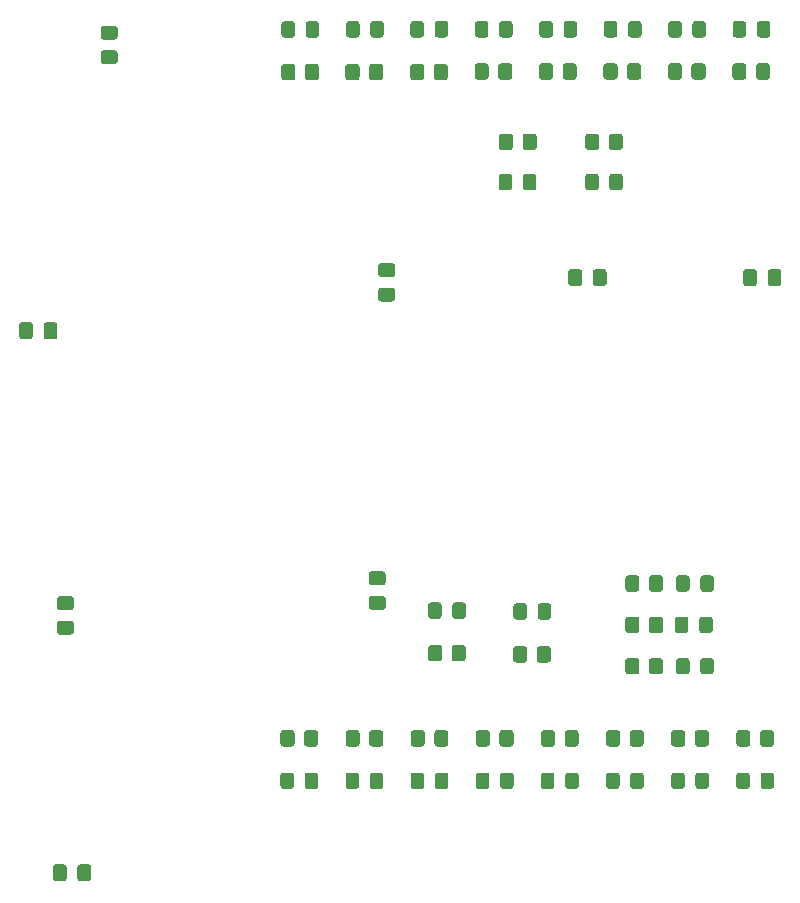
<source format=gtp>
G04 #@! TF.GenerationSoftware,KiCad,Pcbnew,(5.1.9)-1*
G04 #@! TF.CreationDate,2022-01-17T22:46:32-05:00*
G04 #@! TF.ProjectId,pc-sp,70632d73-702e-46b6-9963-61645f706362,1.1*
G04 #@! TF.SameCoordinates,Original*
G04 #@! TF.FileFunction,Paste,Top*
G04 #@! TF.FilePolarity,Positive*
%FSLAX46Y46*%
G04 Gerber Fmt 4.6, Leading zero omitted, Abs format (unit mm)*
G04 Created by KiCad (PCBNEW (5.1.9)-1) date 2022-01-17 22:46:32*
%MOMM*%
%LPD*%
G01*
G04 APERTURE LIST*
G04 APERTURE END LIST*
G36*
G01*
X172700000Y-106550001D02*
X172700000Y-105649999D01*
G75*
G02*
X172949999Y-105400000I249999J0D01*
G01*
X173650001Y-105400000D01*
G75*
G02*
X173900000Y-105649999I0J-249999D01*
G01*
X173900000Y-106550001D01*
G75*
G02*
X173650001Y-106800000I-249999J0D01*
G01*
X172949999Y-106800000D01*
G75*
G02*
X172700000Y-106550001I0J249999D01*
G01*
G37*
G36*
G01*
X170700000Y-106550001D02*
X170700000Y-105649999D01*
G75*
G02*
X170949999Y-105400000I249999J0D01*
G01*
X171650001Y-105400000D01*
G75*
G02*
X171900000Y-105649999I0J-249999D01*
G01*
X171900000Y-106550001D01*
G75*
G02*
X171650001Y-106800000I-249999J0D01*
G01*
X170949999Y-106800000D01*
G75*
G02*
X170700000Y-106550001I0J249999D01*
G01*
G37*
G36*
G01*
X172700000Y-110050001D02*
X172700000Y-109149999D01*
G75*
G02*
X172949999Y-108900000I249999J0D01*
G01*
X173650001Y-108900000D01*
G75*
G02*
X173900000Y-109149999I0J-249999D01*
G01*
X173900000Y-110050001D01*
G75*
G02*
X173650001Y-110300000I-249999J0D01*
G01*
X172949999Y-110300000D01*
G75*
G02*
X172700000Y-110050001I0J249999D01*
G01*
G37*
G36*
G01*
X170700000Y-110050001D02*
X170700000Y-109149999D01*
G75*
G02*
X170949999Y-108900000I249999J0D01*
G01*
X171650001Y-108900000D01*
G75*
G02*
X171900000Y-109149999I0J-249999D01*
G01*
X171900000Y-110050001D01*
G75*
G02*
X171650001Y-110300000I-249999J0D01*
G01*
X170949999Y-110300000D01*
G75*
G02*
X170700000Y-110050001I0J249999D01*
G01*
G37*
G36*
G01*
X172700000Y-113550001D02*
X172700000Y-112649999D01*
G75*
G02*
X172949999Y-112400000I249999J0D01*
G01*
X173650001Y-112400000D01*
G75*
G02*
X173900000Y-112649999I0J-249999D01*
G01*
X173900000Y-113550001D01*
G75*
G02*
X173650001Y-113800000I-249999J0D01*
G01*
X172949999Y-113800000D01*
G75*
G02*
X172700000Y-113550001I0J249999D01*
G01*
G37*
G36*
G01*
X170700000Y-113550001D02*
X170700000Y-112649999D01*
G75*
G02*
X170949999Y-112400000I249999J0D01*
G01*
X171650001Y-112400000D01*
G75*
G02*
X171900000Y-112649999I0J-249999D01*
G01*
X171900000Y-113550001D01*
G75*
G02*
X171650001Y-113800000I-249999J0D01*
G01*
X170949999Y-113800000D01*
G75*
G02*
X170700000Y-113550001I0J249999D01*
G01*
G37*
G36*
G01*
X176150000Y-105649999D02*
X176150000Y-106550001D01*
G75*
G02*
X175900001Y-106800000I-249999J0D01*
G01*
X175249999Y-106800000D01*
G75*
G02*
X175000000Y-106550001I0J249999D01*
G01*
X175000000Y-105649999D01*
G75*
G02*
X175249999Y-105400000I249999J0D01*
G01*
X175900001Y-105400000D01*
G75*
G02*
X176150000Y-105649999I0J-249999D01*
G01*
G37*
G36*
G01*
X178200000Y-105649999D02*
X178200000Y-106550001D01*
G75*
G02*
X177950001Y-106800000I-249999J0D01*
G01*
X177299999Y-106800000D01*
G75*
G02*
X177050000Y-106550001I0J249999D01*
G01*
X177050000Y-105649999D01*
G75*
G02*
X177299999Y-105400000I249999J0D01*
G01*
X177950001Y-105400000D01*
G75*
G02*
X178200000Y-105649999I0J-249999D01*
G01*
G37*
G36*
G01*
X176050000Y-109149999D02*
X176050000Y-110050001D01*
G75*
G02*
X175800001Y-110300000I-249999J0D01*
G01*
X175149999Y-110300000D01*
G75*
G02*
X174900000Y-110050001I0J249999D01*
G01*
X174900000Y-109149999D01*
G75*
G02*
X175149999Y-108900000I249999J0D01*
G01*
X175800001Y-108900000D01*
G75*
G02*
X176050000Y-109149999I0J-249999D01*
G01*
G37*
G36*
G01*
X178100000Y-109149999D02*
X178100000Y-110050001D01*
G75*
G02*
X177850001Y-110300000I-249999J0D01*
G01*
X177199999Y-110300000D01*
G75*
G02*
X176950000Y-110050001I0J249999D01*
G01*
X176950000Y-109149999D01*
G75*
G02*
X177199999Y-108900000I249999J0D01*
G01*
X177850001Y-108900000D01*
G75*
G02*
X178100000Y-109149999I0J-249999D01*
G01*
G37*
G36*
G01*
X176150000Y-112649999D02*
X176150000Y-113550001D01*
G75*
G02*
X175900001Y-113800000I-249999J0D01*
G01*
X175249999Y-113800000D01*
G75*
G02*
X175000000Y-113550001I0J249999D01*
G01*
X175000000Y-112649999D01*
G75*
G02*
X175249999Y-112400000I249999J0D01*
G01*
X175900001Y-112400000D01*
G75*
G02*
X176150000Y-112649999I0J-249999D01*
G01*
G37*
G36*
G01*
X178200000Y-112649999D02*
X178200000Y-113550001D01*
G75*
G02*
X177950001Y-113800000I-249999J0D01*
G01*
X177299999Y-113800000D01*
G75*
G02*
X177050000Y-113550001I0J249999D01*
G01*
X177050000Y-112649999D01*
G75*
G02*
X177299999Y-112400000I249999J0D01*
G01*
X177950001Y-112400000D01*
G75*
G02*
X178200000Y-112649999I0J-249999D01*
G01*
G37*
G36*
G01*
X181850000Y-79725000D02*
X181850000Y-80675000D01*
G75*
G02*
X181600000Y-80925000I-250000J0D01*
G01*
X180925000Y-80925000D01*
G75*
G02*
X180675000Y-80675000I0J250000D01*
G01*
X180675000Y-79725000D01*
G75*
G02*
X180925000Y-79475000I250000J0D01*
G01*
X181600000Y-79475000D01*
G75*
G02*
X181850000Y-79725000I0J-250000D01*
G01*
G37*
G36*
G01*
X183925000Y-79725000D02*
X183925000Y-80675000D01*
G75*
G02*
X183675000Y-80925000I-250000J0D01*
G01*
X183000000Y-80925000D01*
G75*
G02*
X182750000Y-80675000I0J250000D01*
G01*
X182750000Y-79725000D01*
G75*
G02*
X183000000Y-79475000I250000J0D01*
G01*
X183675000Y-79475000D01*
G75*
G02*
X183925000Y-79725000I0J-250000D01*
G01*
G37*
G36*
G01*
X156000000Y-112450001D02*
X156000000Y-111549999D01*
G75*
G02*
X156249999Y-111300000I249999J0D01*
G01*
X156950001Y-111300000D01*
G75*
G02*
X157200000Y-111549999I0J-249999D01*
G01*
X157200000Y-112450001D01*
G75*
G02*
X156950001Y-112700000I-249999J0D01*
G01*
X156249999Y-112700000D01*
G75*
G02*
X156000000Y-112450001I0J249999D01*
G01*
G37*
G36*
G01*
X154000000Y-112450001D02*
X154000000Y-111549999D01*
G75*
G02*
X154249999Y-111300000I249999J0D01*
G01*
X154950001Y-111300000D01*
G75*
G02*
X155200000Y-111549999I0J-249999D01*
G01*
X155200000Y-112450001D01*
G75*
G02*
X154950001Y-112700000I-249999J0D01*
G01*
X154249999Y-112700000D01*
G75*
G02*
X154000000Y-112450001I0J249999D01*
G01*
G37*
G36*
G01*
X163200000Y-112550001D02*
X163200000Y-111649999D01*
G75*
G02*
X163449999Y-111400000I249999J0D01*
G01*
X164150001Y-111400000D01*
G75*
G02*
X164400000Y-111649999I0J-249999D01*
G01*
X164400000Y-112550001D01*
G75*
G02*
X164150001Y-112800000I-249999J0D01*
G01*
X163449999Y-112800000D01*
G75*
G02*
X163200000Y-112550001I0J249999D01*
G01*
G37*
G36*
G01*
X161200000Y-112550001D02*
X161200000Y-111649999D01*
G75*
G02*
X161449999Y-111400000I249999J0D01*
G01*
X162150001Y-111400000D01*
G75*
G02*
X162400000Y-111649999I0J-249999D01*
G01*
X162400000Y-112550001D01*
G75*
G02*
X162150001Y-112800000I-249999J0D01*
G01*
X161449999Y-112800000D01*
G75*
G02*
X161200000Y-112550001I0J249999D01*
G01*
G37*
G36*
G01*
X169300000Y-69150001D02*
X169300000Y-68249999D01*
G75*
G02*
X169549999Y-68000000I249999J0D01*
G01*
X170250001Y-68000000D01*
G75*
G02*
X170500000Y-68249999I0J-249999D01*
G01*
X170500000Y-69150001D01*
G75*
G02*
X170250001Y-69400000I-249999J0D01*
G01*
X169549999Y-69400000D01*
G75*
G02*
X169300000Y-69150001I0J249999D01*
G01*
G37*
G36*
G01*
X167300000Y-69150001D02*
X167300000Y-68249999D01*
G75*
G02*
X167549999Y-68000000I249999J0D01*
G01*
X168250001Y-68000000D01*
G75*
G02*
X168500000Y-68249999I0J-249999D01*
G01*
X168500000Y-69150001D01*
G75*
G02*
X168250001Y-69400000I-249999J0D01*
G01*
X167549999Y-69400000D01*
G75*
G02*
X167300000Y-69150001I0J249999D01*
G01*
G37*
G36*
G01*
X143570000Y-63250001D02*
X143570000Y-62349999D01*
G75*
G02*
X143819999Y-62100000I249999J0D01*
G01*
X144520001Y-62100000D01*
G75*
G02*
X144770000Y-62349999I0J-249999D01*
G01*
X144770000Y-63250001D01*
G75*
G02*
X144520001Y-63500000I-249999J0D01*
G01*
X143819999Y-63500000D01*
G75*
G02*
X143570000Y-63250001I0J249999D01*
G01*
G37*
G36*
G01*
X141570000Y-63250001D02*
X141570000Y-62349999D01*
G75*
G02*
X141819999Y-62100000I249999J0D01*
G01*
X142520001Y-62100000D01*
G75*
G02*
X142770000Y-62349999I0J-249999D01*
G01*
X142770000Y-63250001D01*
G75*
G02*
X142520001Y-63500000I-249999J0D01*
G01*
X141819999Y-63500000D01*
G75*
G02*
X141570000Y-63250001I0J249999D01*
G01*
G37*
G36*
G01*
X149000000Y-63250001D02*
X149000000Y-62349999D01*
G75*
G02*
X149249999Y-62100000I249999J0D01*
G01*
X149950001Y-62100000D01*
G75*
G02*
X150200000Y-62349999I0J-249999D01*
G01*
X150200000Y-63250001D01*
G75*
G02*
X149950001Y-63500000I-249999J0D01*
G01*
X149249999Y-63500000D01*
G75*
G02*
X149000000Y-63250001I0J249999D01*
G01*
G37*
G36*
G01*
X147000000Y-63250001D02*
X147000000Y-62349999D01*
G75*
G02*
X147249999Y-62100000I249999J0D01*
G01*
X147950001Y-62100000D01*
G75*
G02*
X148200000Y-62349999I0J-249999D01*
G01*
X148200000Y-63250001D01*
G75*
G02*
X147950001Y-63500000I-249999J0D01*
G01*
X147249999Y-63500000D01*
G75*
G02*
X147000000Y-63250001I0J249999D01*
G01*
G37*
G36*
G01*
X154481428Y-63250001D02*
X154481428Y-62349999D01*
G75*
G02*
X154731427Y-62100000I249999J0D01*
G01*
X155431429Y-62100000D01*
G75*
G02*
X155681428Y-62349999I0J-249999D01*
G01*
X155681428Y-63250001D01*
G75*
G02*
X155431429Y-63500000I-249999J0D01*
G01*
X154731427Y-63500000D01*
G75*
G02*
X154481428Y-63250001I0J249999D01*
G01*
G37*
G36*
G01*
X152481428Y-63250001D02*
X152481428Y-62349999D01*
G75*
G02*
X152731427Y-62100000I249999J0D01*
G01*
X153431429Y-62100000D01*
G75*
G02*
X153681428Y-62349999I0J-249999D01*
G01*
X153681428Y-63250001D01*
G75*
G02*
X153431429Y-63500000I-249999J0D01*
G01*
X152731427Y-63500000D01*
G75*
G02*
X152481428Y-63250001I0J249999D01*
G01*
G37*
G36*
G01*
X159937142Y-63200001D02*
X159937142Y-62299999D01*
G75*
G02*
X160187141Y-62050000I249999J0D01*
G01*
X160887143Y-62050000D01*
G75*
G02*
X161137142Y-62299999I0J-249999D01*
G01*
X161137142Y-63200001D01*
G75*
G02*
X160887143Y-63450000I-249999J0D01*
G01*
X160187141Y-63450000D01*
G75*
G02*
X159937142Y-63200001I0J249999D01*
G01*
G37*
G36*
G01*
X157937142Y-63200001D02*
X157937142Y-62299999D01*
G75*
G02*
X158187141Y-62050000I249999J0D01*
G01*
X158887143Y-62050000D01*
G75*
G02*
X159137142Y-62299999I0J-249999D01*
G01*
X159137142Y-63200001D01*
G75*
G02*
X158887143Y-63450000I-249999J0D01*
G01*
X158187141Y-63450000D01*
G75*
G02*
X157937142Y-63200001I0J249999D01*
G01*
G37*
G36*
G01*
X165392856Y-63200001D02*
X165392856Y-62299999D01*
G75*
G02*
X165642855Y-62050000I249999J0D01*
G01*
X166342857Y-62050000D01*
G75*
G02*
X166592856Y-62299999I0J-249999D01*
G01*
X166592856Y-63200001D01*
G75*
G02*
X166342857Y-63450000I-249999J0D01*
G01*
X165642855Y-63450000D01*
G75*
G02*
X165392856Y-63200001I0J249999D01*
G01*
G37*
G36*
G01*
X163392856Y-63200001D02*
X163392856Y-62299999D01*
G75*
G02*
X163642855Y-62050000I249999J0D01*
G01*
X164342857Y-62050000D01*
G75*
G02*
X164592856Y-62299999I0J-249999D01*
G01*
X164592856Y-63200001D01*
G75*
G02*
X164342857Y-63450000I-249999J0D01*
G01*
X163642855Y-63450000D01*
G75*
G02*
X163392856Y-63200001I0J249999D01*
G01*
G37*
G36*
G01*
X170848570Y-63200001D02*
X170848570Y-62299999D01*
G75*
G02*
X171098569Y-62050000I249999J0D01*
G01*
X171798571Y-62050000D01*
G75*
G02*
X172048570Y-62299999I0J-249999D01*
G01*
X172048570Y-63200001D01*
G75*
G02*
X171798571Y-63450000I-249999J0D01*
G01*
X171098569Y-63450000D01*
G75*
G02*
X170848570Y-63200001I0J249999D01*
G01*
G37*
G36*
G01*
X168848570Y-63200001D02*
X168848570Y-62299999D01*
G75*
G02*
X169098569Y-62050000I249999J0D01*
G01*
X169798571Y-62050000D01*
G75*
G02*
X170048570Y-62299999I0J-249999D01*
G01*
X170048570Y-63200001D01*
G75*
G02*
X169798571Y-63450000I-249999J0D01*
G01*
X169098569Y-63450000D01*
G75*
G02*
X168848570Y-63200001I0J249999D01*
G01*
G37*
G36*
G01*
X176304284Y-63200001D02*
X176304284Y-62299999D01*
G75*
G02*
X176554283Y-62050000I249999J0D01*
G01*
X177254285Y-62050000D01*
G75*
G02*
X177504284Y-62299999I0J-249999D01*
G01*
X177504284Y-63200001D01*
G75*
G02*
X177254285Y-63450000I-249999J0D01*
G01*
X176554283Y-63450000D01*
G75*
G02*
X176304284Y-63200001I0J249999D01*
G01*
G37*
G36*
G01*
X174304284Y-63200001D02*
X174304284Y-62299999D01*
G75*
G02*
X174554283Y-62050000I249999J0D01*
G01*
X175254285Y-62050000D01*
G75*
G02*
X175504284Y-62299999I0J-249999D01*
G01*
X175504284Y-63200001D01*
G75*
G02*
X175254285Y-63450000I-249999J0D01*
G01*
X174554283Y-63450000D01*
G75*
G02*
X174304284Y-63200001I0J249999D01*
G01*
G37*
G36*
G01*
X181760000Y-63200001D02*
X181760000Y-62299999D01*
G75*
G02*
X182009999Y-62050000I249999J0D01*
G01*
X182710001Y-62050000D01*
G75*
G02*
X182960000Y-62299999I0J-249999D01*
G01*
X182960000Y-63200001D01*
G75*
G02*
X182710001Y-63450000I-249999J0D01*
G01*
X182009999Y-63450000D01*
G75*
G02*
X181760000Y-63200001I0J249999D01*
G01*
G37*
G36*
G01*
X179760000Y-63200001D02*
X179760000Y-62299999D01*
G75*
G02*
X180009999Y-62050000I249999J0D01*
G01*
X180710001Y-62050000D01*
G75*
G02*
X180960000Y-62299999I0J-249999D01*
G01*
X180960000Y-63200001D01*
G75*
G02*
X180710001Y-63450000I-249999J0D01*
G01*
X180009999Y-63450000D01*
G75*
G02*
X179760000Y-63200001I0J249999D01*
G01*
G37*
G36*
G01*
X156055000Y-108850001D02*
X156055000Y-107949999D01*
G75*
G02*
X156304999Y-107700000I249999J0D01*
G01*
X156955001Y-107700000D01*
G75*
G02*
X157205000Y-107949999I0J-249999D01*
G01*
X157205000Y-108850001D01*
G75*
G02*
X156955001Y-109100000I-249999J0D01*
G01*
X156304999Y-109100000D01*
G75*
G02*
X156055000Y-108850001I0J249999D01*
G01*
G37*
G36*
G01*
X154005000Y-108850001D02*
X154005000Y-107949999D01*
G75*
G02*
X154254999Y-107700000I249999J0D01*
G01*
X154905001Y-107700000D01*
G75*
G02*
X155155000Y-107949999I0J-249999D01*
G01*
X155155000Y-108850001D01*
G75*
G02*
X154905001Y-109100000I-249999J0D01*
G01*
X154254999Y-109100000D01*
G75*
G02*
X154005000Y-108850001I0J249999D01*
G01*
G37*
G36*
G01*
X163280000Y-108910001D02*
X163280000Y-108009999D01*
G75*
G02*
X163529999Y-107760000I249999J0D01*
G01*
X164180001Y-107760000D01*
G75*
G02*
X164430000Y-108009999I0J-249999D01*
G01*
X164430000Y-108910001D01*
G75*
G02*
X164180001Y-109160000I-249999J0D01*
G01*
X163529999Y-109160000D01*
G75*
G02*
X163280000Y-108910001I0J249999D01*
G01*
G37*
G36*
G01*
X161230000Y-108910001D02*
X161230000Y-108009999D01*
G75*
G02*
X161479999Y-107760000I249999J0D01*
G01*
X162130001Y-107760000D01*
G75*
G02*
X162380000Y-108009999I0J-249999D01*
G01*
X162380000Y-108910001D01*
G75*
G02*
X162130001Y-109160000I-249999J0D01*
G01*
X161479999Y-109160000D01*
G75*
G02*
X161230000Y-108910001I0J249999D01*
G01*
G37*
G36*
G01*
X169350000Y-72550001D02*
X169350000Y-71649999D01*
G75*
G02*
X169599999Y-71400000I249999J0D01*
G01*
X170250001Y-71400000D01*
G75*
G02*
X170500000Y-71649999I0J-249999D01*
G01*
X170500000Y-72550001D01*
G75*
G02*
X170250001Y-72800000I-249999J0D01*
G01*
X169599999Y-72800000D01*
G75*
G02*
X169350000Y-72550001I0J249999D01*
G01*
G37*
G36*
G01*
X167300000Y-72550001D02*
X167300000Y-71649999D01*
G75*
G02*
X167549999Y-71400000I249999J0D01*
G01*
X168200001Y-71400000D01*
G75*
G02*
X168450000Y-71649999I0J-249999D01*
G01*
X168450000Y-72550001D01*
G75*
G02*
X168200001Y-72800000I-249999J0D01*
G01*
X167549999Y-72800000D01*
G75*
G02*
X167300000Y-72550001I0J249999D01*
G01*
G37*
G36*
G01*
X143630000Y-59640001D02*
X143630000Y-58739999D01*
G75*
G02*
X143879999Y-58490000I249999J0D01*
G01*
X144530001Y-58490000D01*
G75*
G02*
X144780000Y-58739999I0J-249999D01*
G01*
X144780000Y-59640001D01*
G75*
G02*
X144530001Y-59890000I-249999J0D01*
G01*
X143879999Y-59890000D01*
G75*
G02*
X143630000Y-59640001I0J249999D01*
G01*
G37*
G36*
G01*
X141580000Y-59640001D02*
X141580000Y-58739999D01*
G75*
G02*
X141829999Y-58490000I249999J0D01*
G01*
X142480001Y-58490000D01*
G75*
G02*
X142730000Y-58739999I0J-249999D01*
G01*
X142730000Y-59640001D01*
G75*
G02*
X142480001Y-59890000I-249999J0D01*
G01*
X141829999Y-59890000D01*
G75*
G02*
X141580000Y-59640001I0J249999D01*
G01*
G37*
G36*
G01*
X149105714Y-59620001D02*
X149105714Y-58719999D01*
G75*
G02*
X149355713Y-58470000I249999J0D01*
G01*
X150005715Y-58470000D01*
G75*
G02*
X150255714Y-58719999I0J-249999D01*
G01*
X150255714Y-59620001D01*
G75*
G02*
X150005715Y-59870000I-249999J0D01*
G01*
X149355713Y-59870000D01*
G75*
G02*
X149105714Y-59620001I0J249999D01*
G01*
G37*
G36*
G01*
X147055714Y-59620001D02*
X147055714Y-58719999D01*
G75*
G02*
X147305713Y-58470000I249999J0D01*
G01*
X147955715Y-58470000D01*
G75*
G02*
X148205714Y-58719999I0J-249999D01*
G01*
X148205714Y-59620001D01*
G75*
G02*
X147955715Y-59870000I-249999J0D01*
G01*
X147305713Y-59870000D01*
G75*
G02*
X147055714Y-59620001I0J249999D01*
G01*
G37*
G36*
G01*
X154561428Y-59620001D02*
X154561428Y-58719999D01*
G75*
G02*
X154811427Y-58470000I249999J0D01*
G01*
X155461429Y-58470000D01*
G75*
G02*
X155711428Y-58719999I0J-249999D01*
G01*
X155711428Y-59620001D01*
G75*
G02*
X155461429Y-59870000I-249999J0D01*
G01*
X154811427Y-59870000D01*
G75*
G02*
X154561428Y-59620001I0J249999D01*
G01*
G37*
G36*
G01*
X152511428Y-59620001D02*
X152511428Y-58719999D01*
G75*
G02*
X152761427Y-58470000I249999J0D01*
G01*
X153411429Y-58470000D01*
G75*
G02*
X153661428Y-58719999I0J-249999D01*
G01*
X153661428Y-59620001D01*
G75*
G02*
X153411429Y-59870000I-249999J0D01*
G01*
X152761427Y-59870000D01*
G75*
G02*
X152511428Y-59620001I0J249999D01*
G01*
G37*
G36*
G01*
X160017142Y-59620001D02*
X160017142Y-58719999D01*
G75*
G02*
X160267141Y-58470000I249999J0D01*
G01*
X160917143Y-58470000D01*
G75*
G02*
X161167142Y-58719999I0J-249999D01*
G01*
X161167142Y-59620001D01*
G75*
G02*
X160917143Y-59870000I-249999J0D01*
G01*
X160267141Y-59870000D01*
G75*
G02*
X160017142Y-59620001I0J249999D01*
G01*
G37*
G36*
G01*
X157967142Y-59620001D02*
X157967142Y-58719999D01*
G75*
G02*
X158217141Y-58470000I249999J0D01*
G01*
X158867143Y-58470000D01*
G75*
G02*
X159117142Y-58719999I0J-249999D01*
G01*
X159117142Y-59620001D01*
G75*
G02*
X158867143Y-59870000I-249999J0D01*
G01*
X158217141Y-59870000D01*
G75*
G02*
X157967142Y-59620001I0J249999D01*
G01*
G37*
G36*
G01*
X165472856Y-59620001D02*
X165472856Y-58719999D01*
G75*
G02*
X165722855Y-58470000I249999J0D01*
G01*
X166372857Y-58470000D01*
G75*
G02*
X166622856Y-58719999I0J-249999D01*
G01*
X166622856Y-59620001D01*
G75*
G02*
X166372857Y-59870000I-249999J0D01*
G01*
X165722855Y-59870000D01*
G75*
G02*
X165472856Y-59620001I0J249999D01*
G01*
G37*
G36*
G01*
X163422856Y-59620001D02*
X163422856Y-58719999D01*
G75*
G02*
X163672855Y-58470000I249999J0D01*
G01*
X164322857Y-58470000D01*
G75*
G02*
X164572856Y-58719999I0J-249999D01*
G01*
X164572856Y-59620001D01*
G75*
G02*
X164322857Y-59870000I-249999J0D01*
G01*
X163672855Y-59870000D01*
G75*
G02*
X163422856Y-59620001I0J249999D01*
G01*
G37*
G36*
G01*
X170928570Y-59620001D02*
X170928570Y-58719999D01*
G75*
G02*
X171178569Y-58470000I249999J0D01*
G01*
X171828571Y-58470000D01*
G75*
G02*
X172078570Y-58719999I0J-249999D01*
G01*
X172078570Y-59620001D01*
G75*
G02*
X171828571Y-59870000I-249999J0D01*
G01*
X171178569Y-59870000D01*
G75*
G02*
X170928570Y-59620001I0J249999D01*
G01*
G37*
G36*
G01*
X168878570Y-59620001D02*
X168878570Y-58719999D01*
G75*
G02*
X169128569Y-58470000I249999J0D01*
G01*
X169778571Y-58470000D01*
G75*
G02*
X170028570Y-58719999I0J-249999D01*
G01*
X170028570Y-59620001D01*
G75*
G02*
X169778571Y-59870000I-249999J0D01*
G01*
X169128569Y-59870000D01*
G75*
G02*
X168878570Y-59620001I0J249999D01*
G01*
G37*
G36*
G01*
X176384284Y-59620001D02*
X176384284Y-58719999D01*
G75*
G02*
X176634283Y-58470000I249999J0D01*
G01*
X177284285Y-58470000D01*
G75*
G02*
X177534284Y-58719999I0J-249999D01*
G01*
X177534284Y-59620001D01*
G75*
G02*
X177284285Y-59870000I-249999J0D01*
G01*
X176634283Y-59870000D01*
G75*
G02*
X176384284Y-59620001I0J249999D01*
G01*
G37*
G36*
G01*
X174334284Y-59620001D02*
X174334284Y-58719999D01*
G75*
G02*
X174584283Y-58470000I249999J0D01*
G01*
X175234285Y-58470000D01*
G75*
G02*
X175484284Y-58719999I0J-249999D01*
G01*
X175484284Y-59620001D01*
G75*
G02*
X175234285Y-59870000I-249999J0D01*
G01*
X174584283Y-59870000D01*
G75*
G02*
X174334284Y-59620001I0J249999D01*
G01*
G37*
G36*
G01*
X181840000Y-59620001D02*
X181840000Y-58719999D01*
G75*
G02*
X182089999Y-58470000I249999J0D01*
G01*
X182740001Y-58470000D01*
G75*
G02*
X182990000Y-58719999I0J-249999D01*
G01*
X182990000Y-59620001D01*
G75*
G02*
X182740001Y-59870000I-249999J0D01*
G01*
X182089999Y-59870000D01*
G75*
G02*
X181840000Y-59620001I0J249999D01*
G01*
G37*
G36*
G01*
X179790000Y-59620001D02*
X179790000Y-58719999D01*
G75*
G02*
X180039999Y-58470000I249999J0D01*
G01*
X180690001Y-58470000D01*
G75*
G02*
X180940000Y-58719999I0J-249999D01*
G01*
X180940000Y-59620001D01*
G75*
G02*
X180690001Y-59870000I-249999J0D01*
G01*
X180039999Y-59870000D01*
G75*
G02*
X179790000Y-59620001I0J249999D01*
G01*
G37*
G36*
G01*
X167050000Y-79725000D02*
X167050000Y-80675000D01*
G75*
G02*
X166800000Y-80925000I-250000J0D01*
G01*
X166125000Y-80925000D01*
G75*
G02*
X165875000Y-80675000I0J250000D01*
G01*
X165875000Y-79725000D01*
G75*
G02*
X166125000Y-79475000I250000J0D01*
G01*
X166800000Y-79475000D01*
G75*
G02*
X167050000Y-79725000I0J-250000D01*
G01*
G37*
G36*
G01*
X169125000Y-79725000D02*
X169125000Y-80675000D01*
G75*
G02*
X168875000Y-80925000I-250000J0D01*
G01*
X168200000Y-80925000D01*
G75*
G02*
X167950000Y-80675000I0J250000D01*
G01*
X167950000Y-79725000D01*
G75*
G02*
X168200000Y-79475000I250000J0D01*
G01*
X168875000Y-79475000D01*
G75*
G02*
X169125000Y-79725000I0J-250000D01*
G01*
G37*
G36*
G01*
X123775000Y-108350000D02*
X122825000Y-108350000D01*
G75*
G02*
X122575000Y-108100000I0J250000D01*
G01*
X122575000Y-107425000D01*
G75*
G02*
X122825000Y-107175000I250000J0D01*
G01*
X123775000Y-107175000D01*
G75*
G02*
X124025000Y-107425000I0J-250000D01*
G01*
X124025000Y-108100000D01*
G75*
G02*
X123775000Y-108350000I-250000J0D01*
G01*
G37*
G36*
G01*
X123775000Y-110425000D02*
X122825000Y-110425000D01*
G75*
G02*
X122575000Y-110175000I0J250000D01*
G01*
X122575000Y-109500000D01*
G75*
G02*
X122825000Y-109250000I250000J0D01*
G01*
X123775000Y-109250000D01*
G75*
G02*
X124025000Y-109500000I0J-250000D01*
G01*
X124025000Y-110175000D01*
G75*
G02*
X123775000Y-110425000I-250000J0D01*
G01*
G37*
G36*
G01*
X123412500Y-130125000D02*
X123412500Y-131075000D01*
G75*
G02*
X123162500Y-131325000I-250000J0D01*
G01*
X122487500Y-131325000D01*
G75*
G02*
X122237500Y-131075000I0J250000D01*
G01*
X122237500Y-130125000D01*
G75*
G02*
X122487500Y-129875000I250000J0D01*
G01*
X123162500Y-129875000D01*
G75*
G02*
X123412500Y-130125000I0J-250000D01*
G01*
G37*
G36*
G01*
X125487500Y-130125000D02*
X125487500Y-131075000D01*
G75*
G02*
X125237500Y-131325000I-250000J0D01*
G01*
X124562500Y-131325000D01*
G75*
G02*
X124312500Y-131075000I0J250000D01*
G01*
X124312500Y-130125000D01*
G75*
G02*
X124562500Y-129875000I250000J0D01*
G01*
X125237500Y-129875000D01*
G75*
G02*
X125487500Y-130125000I0J-250000D01*
G01*
G37*
G36*
G01*
X120550000Y-84225000D02*
X120550000Y-85175000D01*
G75*
G02*
X120300000Y-85425000I-250000J0D01*
G01*
X119625000Y-85425000D01*
G75*
G02*
X119375000Y-85175000I0J250000D01*
G01*
X119375000Y-84225000D01*
G75*
G02*
X119625000Y-83975000I250000J0D01*
G01*
X120300000Y-83975000D01*
G75*
G02*
X120550000Y-84225000I0J-250000D01*
G01*
G37*
G36*
G01*
X122625000Y-84225000D02*
X122625000Y-85175000D01*
G75*
G02*
X122375000Y-85425000I-250000J0D01*
G01*
X121700000Y-85425000D01*
G75*
G02*
X121450000Y-85175000I0J250000D01*
G01*
X121450000Y-84225000D01*
G75*
G02*
X121700000Y-83975000I250000J0D01*
G01*
X122375000Y-83975000D01*
G75*
G02*
X122625000Y-84225000I0J-250000D01*
G01*
G37*
G36*
G01*
X150025000Y-81050000D02*
X150975000Y-81050000D01*
G75*
G02*
X151225000Y-81300000I0J-250000D01*
G01*
X151225000Y-81975000D01*
G75*
G02*
X150975000Y-82225000I-250000J0D01*
G01*
X150025000Y-82225000D01*
G75*
G02*
X149775000Y-81975000I0J250000D01*
G01*
X149775000Y-81300000D01*
G75*
G02*
X150025000Y-81050000I250000J0D01*
G01*
G37*
G36*
G01*
X150025000Y-78975000D02*
X150975000Y-78975000D01*
G75*
G02*
X151225000Y-79225000I0J-250000D01*
G01*
X151225000Y-79900000D01*
G75*
G02*
X150975000Y-80150000I-250000J0D01*
G01*
X150025000Y-80150000D01*
G75*
G02*
X149775000Y-79900000I0J250000D01*
G01*
X149775000Y-79225000D01*
G75*
G02*
X150025000Y-78975000I250000J0D01*
G01*
G37*
G36*
G01*
X126525000Y-60950000D02*
X127475000Y-60950000D01*
G75*
G02*
X127725000Y-61200000I0J-250000D01*
G01*
X127725000Y-61875000D01*
G75*
G02*
X127475000Y-62125000I-250000J0D01*
G01*
X126525000Y-62125000D01*
G75*
G02*
X126275000Y-61875000I0J250000D01*
G01*
X126275000Y-61200000D01*
G75*
G02*
X126525000Y-60950000I250000J0D01*
G01*
G37*
G36*
G01*
X126525000Y-58875000D02*
X127475000Y-58875000D01*
G75*
G02*
X127725000Y-59125000I0J-250000D01*
G01*
X127725000Y-59800000D01*
G75*
G02*
X127475000Y-60050000I-250000J0D01*
G01*
X126525000Y-60050000D01*
G75*
G02*
X126275000Y-59800000I0J250000D01*
G01*
X126275000Y-59125000D01*
G75*
G02*
X126525000Y-58875000I250000J0D01*
G01*
G37*
G36*
G01*
X149225000Y-107150000D02*
X150175000Y-107150000D01*
G75*
G02*
X150425000Y-107400000I0J-250000D01*
G01*
X150425000Y-108075000D01*
G75*
G02*
X150175000Y-108325000I-250000J0D01*
G01*
X149225000Y-108325000D01*
G75*
G02*
X148975000Y-108075000I0J250000D01*
G01*
X148975000Y-107400000D01*
G75*
G02*
X149225000Y-107150000I250000J0D01*
G01*
G37*
G36*
G01*
X149225000Y-105075000D02*
X150175000Y-105075000D01*
G75*
G02*
X150425000Y-105325000I0J-250000D01*
G01*
X150425000Y-106000000D01*
G75*
G02*
X150175000Y-106250000I-250000J0D01*
G01*
X149225000Y-106250000D01*
G75*
G02*
X148975000Y-106000000I0J250000D01*
G01*
X148975000Y-105325000D01*
G75*
G02*
X149225000Y-105075000I250000J0D01*
G01*
G37*
G36*
G01*
X162000000Y-69150001D02*
X162000000Y-68249999D01*
G75*
G02*
X162249999Y-68000000I249999J0D01*
G01*
X162950001Y-68000000D01*
G75*
G02*
X163200000Y-68249999I0J-249999D01*
G01*
X163200000Y-69150001D01*
G75*
G02*
X162950001Y-69400000I-249999J0D01*
G01*
X162249999Y-69400000D01*
G75*
G02*
X162000000Y-69150001I0J249999D01*
G01*
G37*
G36*
G01*
X160000000Y-69150001D02*
X160000000Y-68249999D01*
G75*
G02*
X160249999Y-68000000I249999J0D01*
G01*
X160950001Y-68000000D01*
G75*
G02*
X161200000Y-68249999I0J-249999D01*
G01*
X161200000Y-69150001D01*
G75*
G02*
X160950001Y-69400000I-249999J0D01*
G01*
X160249999Y-69400000D01*
G75*
G02*
X160000000Y-69150001I0J249999D01*
G01*
G37*
G36*
G01*
X162030000Y-72570001D02*
X162030000Y-71669999D01*
G75*
G02*
X162279999Y-71420000I249999J0D01*
G01*
X162930001Y-71420000D01*
G75*
G02*
X163180000Y-71669999I0J-249999D01*
G01*
X163180000Y-72570001D01*
G75*
G02*
X162930001Y-72820000I-249999J0D01*
G01*
X162279999Y-72820000D01*
G75*
G02*
X162030000Y-72570001I0J249999D01*
G01*
G37*
G36*
G01*
X159980000Y-72570001D02*
X159980000Y-71669999D01*
G75*
G02*
X160229999Y-71420000I249999J0D01*
G01*
X160880001Y-71420000D01*
G75*
G02*
X161130000Y-71669999I0J-249999D01*
G01*
X161130000Y-72570001D01*
G75*
G02*
X160880001Y-72820000I-249999J0D01*
G01*
X160229999Y-72820000D01*
G75*
G02*
X159980000Y-72570001I0J249999D01*
G01*
G37*
G36*
G01*
X143500000Y-119660001D02*
X143500000Y-118759999D01*
G75*
G02*
X143749999Y-118510000I249999J0D01*
G01*
X144450001Y-118510000D01*
G75*
G02*
X144700000Y-118759999I0J-249999D01*
G01*
X144700000Y-119660001D01*
G75*
G02*
X144450001Y-119910000I-249999J0D01*
G01*
X143749999Y-119910000D01*
G75*
G02*
X143500000Y-119660001I0J249999D01*
G01*
G37*
G36*
G01*
X141500000Y-119660001D02*
X141500000Y-118759999D01*
G75*
G02*
X141749999Y-118510000I249999J0D01*
G01*
X142450001Y-118510000D01*
G75*
G02*
X142700000Y-118759999I0J-249999D01*
G01*
X142700000Y-119660001D01*
G75*
G02*
X142450001Y-119910000I-249999J0D01*
G01*
X141749999Y-119910000D01*
G75*
G02*
X141500000Y-119660001I0J249999D01*
G01*
G37*
G36*
G01*
X149014285Y-119660001D02*
X149014285Y-118759999D01*
G75*
G02*
X149264284Y-118510000I249999J0D01*
G01*
X149964286Y-118510000D01*
G75*
G02*
X150214285Y-118759999I0J-249999D01*
G01*
X150214285Y-119660001D01*
G75*
G02*
X149964286Y-119910000I-249999J0D01*
G01*
X149264284Y-119910000D01*
G75*
G02*
X149014285Y-119660001I0J249999D01*
G01*
G37*
G36*
G01*
X147014285Y-119660001D02*
X147014285Y-118759999D01*
G75*
G02*
X147264284Y-118510000I249999J0D01*
G01*
X147964286Y-118510000D01*
G75*
G02*
X148214285Y-118759999I0J-249999D01*
G01*
X148214285Y-119660001D01*
G75*
G02*
X147964286Y-119910000I-249999J0D01*
G01*
X147264284Y-119910000D01*
G75*
G02*
X147014285Y-119660001I0J249999D01*
G01*
G37*
G36*
G01*
X154528570Y-119660001D02*
X154528570Y-118759999D01*
G75*
G02*
X154778569Y-118510000I249999J0D01*
G01*
X155478571Y-118510000D01*
G75*
G02*
X155728570Y-118759999I0J-249999D01*
G01*
X155728570Y-119660001D01*
G75*
G02*
X155478571Y-119910000I-249999J0D01*
G01*
X154778569Y-119910000D01*
G75*
G02*
X154528570Y-119660001I0J249999D01*
G01*
G37*
G36*
G01*
X152528570Y-119660001D02*
X152528570Y-118759999D01*
G75*
G02*
X152778569Y-118510000I249999J0D01*
G01*
X153478571Y-118510000D01*
G75*
G02*
X153728570Y-118759999I0J-249999D01*
G01*
X153728570Y-119660001D01*
G75*
G02*
X153478571Y-119910000I-249999J0D01*
G01*
X152778569Y-119910000D01*
G75*
G02*
X152528570Y-119660001I0J249999D01*
G01*
G37*
G36*
G01*
X160042855Y-119660001D02*
X160042855Y-118759999D01*
G75*
G02*
X160292854Y-118510000I249999J0D01*
G01*
X160992856Y-118510000D01*
G75*
G02*
X161242855Y-118759999I0J-249999D01*
G01*
X161242855Y-119660001D01*
G75*
G02*
X160992856Y-119910000I-249999J0D01*
G01*
X160292854Y-119910000D01*
G75*
G02*
X160042855Y-119660001I0J249999D01*
G01*
G37*
G36*
G01*
X158042855Y-119660001D02*
X158042855Y-118759999D01*
G75*
G02*
X158292854Y-118510000I249999J0D01*
G01*
X158992856Y-118510000D01*
G75*
G02*
X159242855Y-118759999I0J-249999D01*
G01*
X159242855Y-119660001D01*
G75*
G02*
X158992856Y-119910000I-249999J0D01*
G01*
X158292854Y-119910000D01*
G75*
G02*
X158042855Y-119660001I0J249999D01*
G01*
G37*
G36*
G01*
X165557140Y-119660001D02*
X165557140Y-118759999D01*
G75*
G02*
X165807139Y-118510000I249999J0D01*
G01*
X166507141Y-118510000D01*
G75*
G02*
X166757140Y-118759999I0J-249999D01*
G01*
X166757140Y-119660001D01*
G75*
G02*
X166507141Y-119910000I-249999J0D01*
G01*
X165807139Y-119910000D01*
G75*
G02*
X165557140Y-119660001I0J249999D01*
G01*
G37*
G36*
G01*
X163557140Y-119660001D02*
X163557140Y-118759999D01*
G75*
G02*
X163807139Y-118510000I249999J0D01*
G01*
X164507141Y-118510000D01*
G75*
G02*
X164757140Y-118759999I0J-249999D01*
G01*
X164757140Y-119660001D01*
G75*
G02*
X164507141Y-119910000I-249999J0D01*
G01*
X163807139Y-119910000D01*
G75*
G02*
X163557140Y-119660001I0J249999D01*
G01*
G37*
G36*
G01*
X171071425Y-119660001D02*
X171071425Y-118759999D01*
G75*
G02*
X171321424Y-118510000I249999J0D01*
G01*
X172021426Y-118510000D01*
G75*
G02*
X172271425Y-118759999I0J-249999D01*
G01*
X172271425Y-119660001D01*
G75*
G02*
X172021426Y-119910000I-249999J0D01*
G01*
X171321424Y-119910000D01*
G75*
G02*
X171071425Y-119660001I0J249999D01*
G01*
G37*
G36*
G01*
X169071425Y-119660001D02*
X169071425Y-118759999D01*
G75*
G02*
X169321424Y-118510000I249999J0D01*
G01*
X170021426Y-118510000D01*
G75*
G02*
X170271425Y-118759999I0J-249999D01*
G01*
X170271425Y-119660001D01*
G75*
G02*
X170021426Y-119910000I-249999J0D01*
G01*
X169321424Y-119910000D01*
G75*
G02*
X169071425Y-119660001I0J249999D01*
G01*
G37*
G36*
G01*
X176585710Y-119660001D02*
X176585710Y-118759999D01*
G75*
G02*
X176835709Y-118510000I249999J0D01*
G01*
X177535711Y-118510000D01*
G75*
G02*
X177785710Y-118759999I0J-249999D01*
G01*
X177785710Y-119660001D01*
G75*
G02*
X177535711Y-119910000I-249999J0D01*
G01*
X176835709Y-119910000D01*
G75*
G02*
X176585710Y-119660001I0J249999D01*
G01*
G37*
G36*
G01*
X174585710Y-119660001D02*
X174585710Y-118759999D01*
G75*
G02*
X174835709Y-118510000I249999J0D01*
G01*
X175535711Y-118510000D01*
G75*
G02*
X175785710Y-118759999I0J-249999D01*
G01*
X175785710Y-119660001D01*
G75*
G02*
X175535711Y-119910000I-249999J0D01*
G01*
X174835709Y-119910000D01*
G75*
G02*
X174585710Y-119660001I0J249999D01*
G01*
G37*
G36*
G01*
X182100000Y-119660001D02*
X182100000Y-118759999D01*
G75*
G02*
X182349999Y-118510000I249999J0D01*
G01*
X183050001Y-118510000D01*
G75*
G02*
X183300000Y-118759999I0J-249999D01*
G01*
X183300000Y-119660001D01*
G75*
G02*
X183050001Y-119910000I-249999J0D01*
G01*
X182349999Y-119910000D01*
G75*
G02*
X182100000Y-119660001I0J249999D01*
G01*
G37*
G36*
G01*
X180100000Y-119660001D02*
X180100000Y-118759999D01*
G75*
G02*
X180349999Y-118510000I249999J0D01*
G01*
X181050001Y-118510000D01*
G75*
G02*
X181300000Y-118759999I0J-249999D01*
G01*
X181300000Y-119660001D01*
G75*
G02*
X181050001Y-119910000I-249999J0D01*
G01*
X180349999Y-119910000D01*
G75*
G02*
X180100000Y-119660001I0J249999D01*
G01*
G37*
G36*
G01*
X143550000Y-123250001D02*
X143550000Y-122349999D01*
G75*
G02*
X143799999Y-122100000I249999J0D01*
G01*
X144450001Y-122100000D01*
G75*
G02*
X144700000Y-122349999I0J-249999D01*
G01*
X144700000Y-123250001D01*
G75*
G02*
X144450001Y-123500000I-249999J0D01*
G01*
X143799999Y-123500000D01*
G75*
G02*
X143550000Y-123250001I0J249999D01*
G01*
G37*
G36*
G01*
X141500000Y-123250001D02*
X141500000Y-122349999D01*
G75*
G02*
X141749999Y-122100000I249999J0D01*
G01*
X142400001Y-122100000D01*
G75*
G02*
X142650000Y-122349999I0J-249999D01*
G01*
X142650000Y-123250001D01*
G75*
G02*
X142400001Y-123500000I-249999J0D01*
G01*
X141749999Y-123500000D01*
G75*
G02*
X141500000Y-123250001I0J249999D01*
G01*
G37*
G36*
G01*
X149064285Y-123250001D02*
X149064285Y-122349999D01*
G75*
G02*
X149314284Y-122100000I249999J0D01*
G01*
X149964286Y-122100000D01*
G75*
G02*
X150214285Y-122349999I0J-249999D01*
G01*
X150214285Y-123250001D01*
G75*
G02*
X149964286Y-123500000I-249999J0D01*
G01*
X149314284Y-123500000D01*
G75*
G02*
X149064285Y-123250001I0J249999D01*
G01*
G37*
G36*
G01*
X147014285Y-123250001D02*
X147014285Y-122349999D01*
G75*
G02*
X147264284Y-122100000I249999J0D01*
G01*
X147914286Y-122100000D01*
G75*
G02*
X148164285Y-122349999I0J-249999D01*
G01*
X148164285Y-123250001D01*
G75*
G02*
X147914286Y-123500000I-249999J0D01*
G01*
X147264284Y-123500000D01*
G75*
G02*
X147014285Y-123250001I0J249999D01*
G01*
G37*
G36*
G01*
X154578570Y-123250001D02*
X154578570Y-122349999D01*
G75*
G02*
X154828569Y-122100000I249999J0D01*
G01*
X155478571Y-122100000D01*
G75*
G02*
X155728570Y-122349999I0J-249999D01*
G01*
X155728570Y-123250001D01*
G75*
G02*
X155478571Y-123500000I-249999J0D01*
G01*
X154828569Y-123500000D01*
G75*
G02*
X154578570Y-123250001I0J249999D01*
G01*
G37*
G36*
G01*
X152528570Y-123250001D02*
X152528570Y-122349999D01*
G75*
G02*
X152778569Y-122100000I249999J0D01*
G01*
X153428571Y-122100000D01*
G75*
G02*
X153678570Y-122349999I0J-249999D01*
G01*
X153678570Y-123250001D01*
G75*
G02*
X153428571Y-123500000I-249999J0D01*
G01*
X152778569Y-123500000D01*
G75*
G02*
X152528570Y-123250001I0J249999D01*
G01*
G37*
G36*
G01*
X160092855Y-123250001D02*
X160092855Y-122349999D01*
G75*
G02*
X160342854Y-122100000I249999J0D01*
G01*
X160992856Y-122100000D01*
G75*
G02*
X161242855Y-122349999I0J-249999D01*
G01*
X161242855Y-123250001D01*
G75*
G02*
X160992856Y-123500000I-249999J0D01*
G01*
X160342854Y-123500000D01*
G75*
G02*
X160092855Y-123250001I0J249999D01*
G01*
G37*
G36*
G01*
X158042855Y-123250001D02*
X158042855Y-122349999D01*
G75*
G02*
X158292854Y-122100000I249999J0D01*
G01*
X158942856Y-122100000D01*
G75*
G02*
X159192855Y-122349999I0J-249999D01*
G01*
X159192855Y-123250001D01*
G75*
G02*
X158942856Y-123500000I-249999J0D01*
G01*
X158292854Y-123500000D01*
G75*
G02*
X158042855Y-123250001I0J249999D01*
G01*
G37*
G36*
G01*
X165607140Y-123250001D02*
X165607140Y-122349999D01*
G75*
G02*
X165857139Y-122100000I249999J0D01*
G01*
X166507141Y-122100000D01*
G75*
G02*
X166757140Y-122349999I0J-249999D01*
G01*
X166757140Y-123250001D01*
G75*
G02*
X166507141Y-123500000I-249999J0D01*
G01*
X165857139Y-123500000D01*
G75*
G02*
X165607140Y-123250001I0J249999D01*
G01*
G37*
G36*
G01*
X163557140Y-123250001D02*
X163557140Y-122349999D01*
G75*
G02*
X163807139Y-122100000I249999J0D01*
G01*
X164457141Y-122100000D01*
G75*
G02*
X164707140Y-122349999I0J-249999D01*
G01*
X164707140Y-123250001D01*
G75*
G02*
X164457141Y-123500000I-249999J0D01*
G01*
X163807139Y-123500000D01*
G75*
G02*
X163557140Y-123250001I0J249999D01*
G01*
G37*
G36*
G01*
X171121425Y-123250001D02*
X171121425Y-122349999D01*
G75*
G02*
X171371424Y-122100000I249999J0D01*
G01*
X172021426Y-122100000D01*
G75*
G02*
X172271425Y-122349999I0J-249999D01*
G01*
X172271425Y-123250001D01*
G75*
G02*
X172021426Y-123500000I-249999J0D01*
G01*
X171371424Y-123500000D01*
G75*
G02*
X171121425Y-123250001I0J249999D01*
G01*
G37*
G36*
G01*
X169071425Y-123250001D02*
X169071425Y-122349999D01*
G75*
G02*
X169321424Y-122100000I249999J0D01*
G01*
X169971426Y-122100000D01*
G75*
G02*
X170221425Y-122349999I0J-249999D01*
G01*
X170221425Y-123250001D01*
G75*
G02*
X169971426Y-123500000I-249999J0D01*
G01*
X169321424Y-123500000D01*
G75*
G02*
X169071425Y-123250001I0J249999D01*
G01*
G37*
G36*
G01*
X176635710Y-123250001D02*
X176635710Y-122349999D01*
G75*
G02*
X176885709Y-122100000I249999J0D01*
G01*
X177535711Y-122100000D01*
G75*
G02*
X177785710Y-122349999I0J-249999D01*
G01*
X177785710Y-123250001D01*
G75*
G02*
X177535711Y-123500000I-249999J0D01*
G01*
X176885709Y-123500000D01*
G75*
G02*
X176635710Y-123250001I0J249999D01*
G01*
G37*
G36*
G01*
X174585710Y-123250001D02*
X174585710Y-122349999D01*
G75*
G02*
X174835709Y-122100000I249999J0D01*
G01*
X175485711Y-122100000D01*
G75*
G02*
X175735710Y-122349999I0J-249999D01*
G01*
X175735710Y-123250001D01*
G75*
G02*
X175485711Y-123500000I-249999J0D01*
G01*
X174835709Y-123500000D01*
G75*
G02*
X174585710Y-123250001I0J249999D01*
G01*
G37*
G36*
G01*
X182150000Y-123250001D02*
X182150000Y-122349999D01*
G75*
G02*
X182399999Y-122100000I249999J0D01*
G01*
X183050001Y-122100000D01*
G75*
G02*
X183300000Y-122349999I0J-249999D01*
G01*
X183300000Y-123250001D01*
G75*
G02*
X183050001Y-123500000I-249999J0D01*
G01*
X182399999Y-123500000D01*
G75*
G02*
X182150000Y-123250001I0J249999D01*
G01*
G37*
G36*
G01*
X180100000Y-123250001D02*
X180100000Y-122349999D01*
G75*
G02*
X180349999Y-122100000I249999J0D01*
G01*
X181000001Y-122100000D01*
G75*
G02*
X181250000Y-122349999I0J-249999D01*
G01*
X181250000Y-123250001D01*
G75*
G02*
X181000001Y-123500000I-249999J0D01*
G01*
X180349999Y-123500000D01*
G75*
G02*
X180100000Y-123250001I0J249999D01*
G01*
G37*
M02*

</source>
